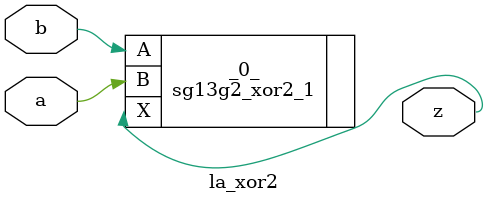
<source format=v>

/* Generated by Yosys 0.44 (git sha1 80ba43d26, g++ 11.4.0-1ubuntu1~22.04 -fPIC -O3) */

(* top =  1  *)
(* src = "generated" *)
module la_xor2 (
    a,
    b,
    z
);
  (* src = "generated" *)
  input a;
  wire a;
  (* src = "generated" *)
  input b;
  wire b;
  (* src = "generated" *)
  output z;
  wire z;
  sg13g2_xor2_1 _0_ (
      .A(b),
      .B(a),
      .X(z)
  );
endmodule

</source>
